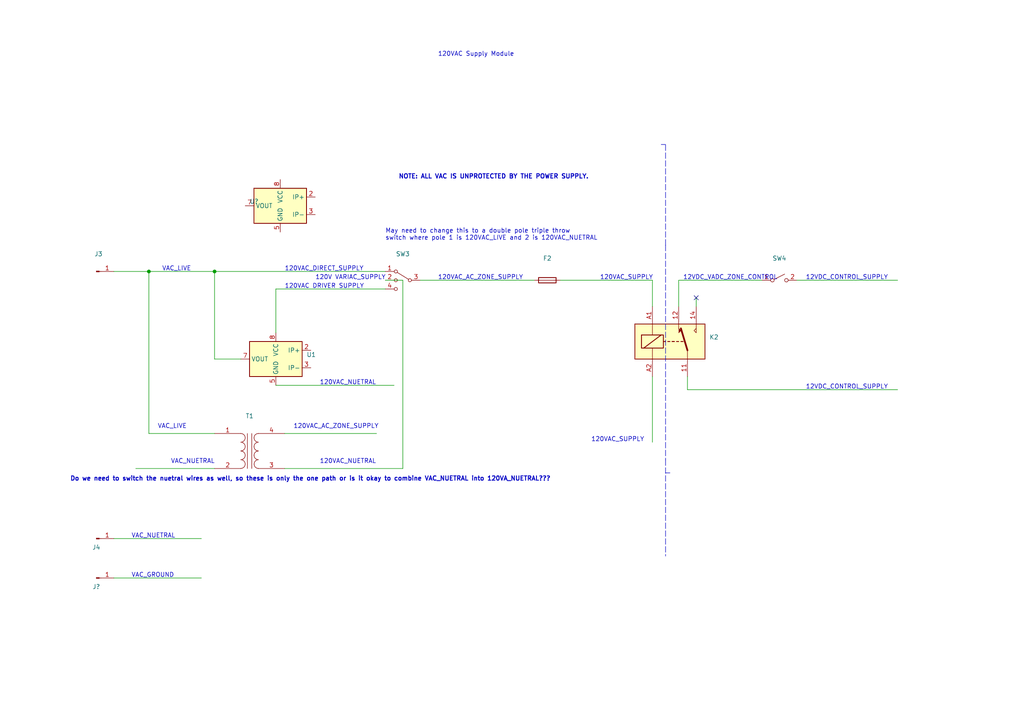
<source format=kicad_sch>
(kicad_sch (version 20211123) (generator eeschema)
  (paper "A4")
  (title_block (title "120V AC Module") (date "2022-05-20") (rev "0.0.0-draft") (company "eatmellc"))
  (lib_symbols
    (symbol "Connector:Conn_01x01_Male" (pin_names (offset 1.016) hide)
      (property "Reference" "J" (at 0 2.54 0))
      (property "Value" "Conn_01x01_Male" (at 0 -2.54 0))
      (symbol "Conn_01x01_Male_1_1"
        (polyline (pts (xy 1.27 0) (xy 0.8636 0)) (stroke (width 0.1524)))
        (rectangle (start 0.8636 0.127) (end 0 -0.127) (stroke (width 0.1524)) (fill (type outline)))
        (pin passive line (at 5.08 0 180) (length 3.81) (name "Pin_1") (number "1"))
      )
    )
    (symbol "Device:Fuse" (pin_numbers hide) (pin_names (offset 0))
      (property "Reference" "F" (at 2.032 0 90))
      (property "Value" "Fuse" (at -1.905 0 90))
      (symbol "Fuse_0_1"
        (rectangle (start -0.762 -2.54) (end 0.762 2.54) (stroke (width 0.254)))
        (polyline (pts (xy 0 2.54) (xy 0 -2.54)))
      )
      (symbol "Fuse_1_1"
        (pin passive line (at 0 3.81 270) (length 1.27) (name "~") (number "1"))
        (pin passive line (at 0 -3.81 90) (length 1.27) (name "~") (number "2"))
      )
    )
    (symbol "Device:Transformer_1P_1S" (pin_names (offset 1.016) hide)
      (property "Reference" "T" (at 0 6.35 0))
      (property "Value" "Transformer_1P_1S" (at 0 -7.62 0))
      (symbol "Transformer_1P_1S_0_1"
        (arc (start -2.54 -5.0546) (mid -1.6599 -4.6901) (end -1.27 -3.81))
        (arc (start -2.54 -2.5146) (mid -1.6599 -2.1501) (end -1.27 -1.27))
        (arc (start -2.54 0.0254) (mid -1.6599 0.3899) (end -1.27 1.27))
        (arc (start -2.54 2.5654) (mid -1.6599 2.9299) (end -1.27 3.81))
        (arc (start -1.27 -3.81) (mid -1.642 -2.912) (end -2.54 -2.54))
        (arc (start -1.27 -1.27) (mid -1.642 -0.372) (end -2.54 0))
        (arc (start -1.27 1.27) (mid -1.642 2.168) (end -2.54 2.54))
        (arc (start -1.27 3.81) (mid -1.642 4.708) (end -2.54 5.08))
        (polyline (pts (xy -0.635 5.08) (xy -0.635 -5.08)))
        (polyline (pts (xy 0.635 -5.08) (xy 0.635 5.08)))
        (arc (start 1.2954 -1.27) (mid 1.6599 -2.1501) (end 2.54 -2.5146))
        (arc (start 1.2954 1.27) (mid 1.6599 0.3899) (end 2.54 0.0254))
        (arc (start 1.2954 3.81) (mid 1.6599 2.9299) (end 2.54 2.5654))
        (arc (start 1.3208 -3.81) (mid 1.6853 -4.6901) (end 2.5654 -5.0546))
        (arc (start 2.54 0) (mid 1.642 -0.372) (end 1.2954 -1.27))
        (arc (start 2.54 2.54) (mid 1.642 2.168) (end 1.2954 1.27))
        (arc (start 2.54 5.08) (mid 1.642 4.708) (end 1.2954 3.81))
        (arc (start 2.5654 -2.54) (mid 1.6674 -2.912) (end 1.3208 -3.81))
      )
      (symbol "Transformer_1P_1S_1_1"
        (pin passive line (at -10.16 5.08 0) (length 7.62) (name "AA") (number "1"))
        (pin passive line (at -10.16 -5.08 0) (length 7.62) (name "AB") (number "2"))
        (pin passive line (at 10.16 -5.08 180) (length 7.62) (name "SA") (number "3"))
        (pin passive line (at 10.16 5.08 180) (length 7.62) (name "SB") (number "4"))
      )
    )
    (symbol "Relay:RAYEX-L90S"
      (property "Reference" "K" (at 11.43 3.81 0))
      (property "Value" "RAYEX-L90S" (at 11.43 1.27 0))
      (symbol "RAYEX-L90S_1_0"
        (polyline (pts (xy 2.54 3.81) (xy 2.54 5.08)))
        (polyline (pts (xy 7.62 3.81) (xy 7.62 5.08)))
        (polyline (pts (xy 7.62 3.81) (xy 7.62 2.54) (xy 6.985 3.175) (xy 7.62 3.81)))
      )
      (symbol "RAYEX-L90S_1_1"
        (rectangle (start -10.16 5.08) (end 10.16 -5.08) (stroke (width 0.254)) (fill (type background)))
        (rectangle (start -8.255 1.905) (end -1.905 -1.905) (stroke (width 0.254)))
        (polyline (pts (xy -7.62 -1.905) (xy -2.54 1.905)) (stroke (width 0.254)))
        (polyline (pts (xy -5.08 -5.08) (xy -5.08 -1.905)))
        (polyline (pts (xy -5.08 5.08) (xy -5.08 1.905)))
        (polyline (pts (xy -1.905 0) (xy -1.27 0)) (stroke (width 0.254)))
        (polyline (pts (xy -0.635 0) (xy 0 0)) (stroke (width 0.254)))
        (polyline (pts (xy 0.635 0) (xy 1.27 0)) (stroke (width 0.254)))
        (polyline (pts (xy 0.635 0) (xy 1.27 0)) (stroke (width 0.254)))
        (polyline (pts (xy 1.905 0) (xy 2.54 0)) (stroke (width 0.254)))
        (polyline (pts (xy 3.175 0) (xy 3.81 0)) (stroke (width 0.254)))
        (polyline (pts (xy 5.08 -2.54) (xy 3.175 3.81)) (stroke (width 0.508)))
        (polyline (pts (xy 5.08 -2.54) (xy 5.08 -5.08)))
        (polyline (pts (xy 2.54 2.54) (xy 3.175 3.175) (xy 2.54 3.81)) (fill (type outline)))
        (pin passive line (at 5.08 -10.16 90) (length 5.08) (name "~") (number "11"))
        (pin passive line (at 2.54 10.16 270) (length 5.08) (name "~") (number "12"))
        (pin passive line (at 7.62 10.16 270) (length 5.08) (name "~") (number "14"))
        (pin passive line (at -5.08 10.16 270) (length 5.08) (name "~") (number "A1"))
        (pin passive line (at -5.08 -10.16 90) (length 5.08) (name "~") (number "A2"))
      )
    )
    (symbol "Sensor_Current:ACS706xLC-05C"
      (property "Reference" "U" (at -7.62 6.35 0))
      (property "Value" "ACS706xLC-05C" (at 1.27 6.35 0))
      (symbol "ACS706xLC-05C_0_1"
        (rectangle (start -7.62 5.08) (end 7.62 -5.08) (stroke (width 0.254)) (fill (type background)))
      )
      (symbol "ACS706xLC-05C_1_1"
        (pin passive line (at -10.16 2.54 0) (length 2.54) hide (name "IP+") (number "1"))
        (pin passive line (at -10.16 2.54 0) (length 2.54) (name "IP+") (number "2"))
        (pin passive line (at -10.16 -2.54 0) (length 2.54) (name "IP-") (number "3"))
        (pin passive line (at -10.16 -2.54 0) (length 2.54) hide (name "IP-") (number "4"))
        (pin power_in line (at 0 -7.62 90) (length 2.54) (name "GND") (number "5"))
        (pin no_connect line (at 7.62 -2.54 180) (length 2.54) hide (name "NC") (number "6"))
        (pin output line (at 10.16 0 180) (length 2.54) (name "VOUT") (number "7"))
        (pin power_in line (at 0 7.62 270) (length 2.54) (name "VCC") (number "8"))
      )
    )
    (symbol "Switch:SW_SP3T" (pin_names (offset 0) hide)
      (property "Reference" "SW" (at 0 5.08 0))
      (property "Value" "SW_SP3T" (at 0 -5.08 0))
      (symbol "SW_SP3T_0_1"
        (circle (center -2.032 0) (radius 0.4572))
        (polyline (pts (xy -1.651 0.254) (xy 1.651 2.286)))
        (circle (center 2.032 -2.54) (radius 0.4572))
        (circle (center 2.032 0) (radius 0.4572))
        (circle (center 2.032 2.54) (radius 0.4572))
      )
      (symbol "SW_SP3T_1_1"
        (pin passive line (at 5.08 2.54 180) (length 2.54) (name "1") (number "1"))
        (pin passive line (at 5.08 0 180) (length 2.54) (name "2") (number "2"))
        (pin passive line (at -5.08 0 0) (length 2.54) (name "3") (number "3"))
        (pin passive line (at 5.08 -2.54 180) (length 2.54) (name "4") (number "4"))
      )
    )
    (symbol "Switch:SW_SPST" (pin_names (offset 0) hide)
      (property "Reference" "SW" (at 0 3.175 0))
      (property "Value" "SW_SPST" (at 0 -2.54 0))
      (symbol "SW_SPST_0_0"
        (circle (center -2.032 0) (radius 0.508))
        (polyline (pts (xy -1.524 0.254) (xy 1.524 1.778)))
        (circle (center 2.032 0) (radius 0.508))
      )
      (symbol "SW_SPST_1_1"
        (pin passive line (at -5.08 0 0) (length 2.54) (name "A") (number "1"))
        (pin passive line (at 5.08 0 180) (length 2.54) (name "B") (number "2"))
      )
    )
  )
  (junction (at 43.18 78.74))
  (junction (at 62.23 78.74))
  (no_connect (at 201.93 86.36))
  (wire (pts (xy 80.01 83.82) (xy 111.76 83.82)))
  (wire (pts (xy 82.55 135.89) (xy 116.84 135.89)))
  (wire (pts (xy 189.23 109.22) (xy 189.23 128.27)))
  (wire (pts (xy 62.23 78.74) (xy 62.23 104.14)))
  (polyline (pts (xy 193.04 137.16) (xy 194.31 137.16)))
  (polyline (pts (xy 193.04 71.12) (xy 193.04 133.35)))
  (wire (pts (xy 199.39 113.03) (xy 260.35 113.03)))
  (wire (pts (xy 43.18 125.73) (xy 62.23 125.73)))
  (polyline (pts (xy 193.04 133.35) (xy 193.04 161.29)))
  (wire (pts (xy 33.02 167.64) (xy 58.42 167.64)))
  (wire (pts (xy 33.02 156.21) (xy 58.42 156.21)))
  (polyline (pts (xy 191.77 41.91) (xy 193.04 41.91)))
  (wire (pts (xy 43.18 78.74) (xy 43.18 125.73)))
  (wire (pts (xy 196.85 81.28) (xy 220.98 81.28)))
  (wire (pts (xy 80.01 83.82) (xy 80.01 96.52)))
  (wire (pts (xy 39.37 135.89) (xy 62.23 135.89)))
  (wire (pts (xy 199.39 109.22) (xy 199.39 113.03)))
  (wire (pts (xy 43.18 78.74) (xy 62.23 78.74)))
  (wire (pts (xy 231.14 81.28) (xy 260.35 81.28)))
  (wire (pts (xy 33.02 78.74) (xy 43.18 78.74)))
  (wire (pts (xy 80.01 111.76) (xy 114.3 111.76)))
  (wire (pts (xy 196.85 81.28) (xy 196.85 88.9)))
  (wire (pts (xy 201.93 86.36) (xy 201.93 88.9)))
  (wire (pts (xy 116.84 81.28) (xy 111.76 81.28)))
  (wire (pts (xy 82.55 125.73) (xy 109.22 125.73)))
  (wire (pts (xy 162.56 81.28) (xy 189.23 81.28)))
  (wire (pts (xy 62.23 78.74) (xy 111.76 78.74)))
  (wire (pts (xy 116.84 81.28) (xy 116.84 135.89)))
  (wire (pts (xy 189.23 88.9) (xy 189.23 81.28)))
  (wire (pts (xy 121.92 81.28) (xy 154.94 81.28)))
  (wire (pts (xy 69.85 104.14) (xy 62.23 104.14)))
  (polyline (pts (xy 193.04 71.12) (xy 193.04 41.91)))
  (text "120VAC DRIVER SUPPLY" (at 82.55 83.82 0) (effects (font (size 1.27 1.27)) (justify left bottom)))
  (text "NOTE: ALL VAC IS UNPROTECTED BY THE POWER SUPPLY." (at 115.57 52.07 0) (effects (font (size 1.27 1.27) (thickness 0.254) bold) (justify left bottom)))
  (text "120VAC_AC_ZONE_SUPPLY" (at 85.09 124.46 0) (effects (font (size 1.27 1.27)) (justify left bottom)))
  (text "120VAC_SUPPLY" (at 171.45 128.27 0) (effects (font (size 1.27 1.27)) (justify left bottom)))
  (text "VAC_NUETRAL" (at 38.1 156.21 0) (effects (font (size 1.27 1.27)) (justify left bottom)))
  (text "12VDC_VADC_ZONE_CONTROL" (at 198.12 81.28 0) (effects (font (size 1.27 1.27)) (justify left bottom)))
  (text "VAC_NUETRAL" (at 49.53 134.62 0) (effects (font (size 1.27 1.27)) (justify left bottom)))
  (text "VAC_LIVE" (at 45.72 124.46 0) (effects (font (size 1.27 1.27)) (justify left bottom)))
  (text "120VAC_SUPPLY" (at 173.99 81.28 0) (effects (font (size 1.27 1.27)) (justify left bottom)))
  (text "12VDC_CONTROL_SUPPLY" (at 233.68 81.28 0) (effects (font (size 1.27 1.27)) (justify left bottom)))
  (text "May need to change this to a double pole triple throw \nswitch where pole 1 is 120VAC_LIVE and 2 is 120VAC_NUETRAL" (at 111.76 69.85 0) (effects (font (size 1.27 1.27)) (justify left bottom)))
  (text "120VAC_NUETRAL" (at 92.71 111.76 0) (effects (font (size 1.27 1.27)) (justify left bottom)))
  (text "120VAC_AC_ZONE_SUPPLY" (at 127 81.28 0) (effects (font (size 1.27 1.27)) (justify left bottom)))
  (text "VAC_LIVE" (at 46.99 78.74 0) (effects (font (size 1.27 1.27)) (justify left bottom)))
  (text "VAC_GROUND" (at 38.1 167.64 0) (effects (font (size 1.27 1.27)) (justify left bottom)))
  (text "120V VARIAC_SUPPLY" (at 91.44 81.28 0) (effects (font (size 1.27 1.27)) (justify left bottom)))
  (text "12VDC_CONTROL_SUPPLY" (at 233.68 113.03 0) (effects (font (size 1.27 1.27)) (justify left bottom)))
  (text "120VAC Supply Module" (at 127 16.51 0) (effects (font (size 1.27 1.27)) (justify left bottom)))
  (text "Do we need to switch the nuetral wires as well, so these is only the one path or is it okay to combine VAC_NUETRAL into 120VA_NUETRAL???" (at 20.32 139.7 0) (effects (font (size 1.27 1.27) bold) (justify left bottom)))
  (text "120VAC_NUETRAL" (at 92.71 134.62 0) (effects (font (size 1.27 1.27)) (justify left bottom)))
  (text "120VAC_DIRECT_SUPPLY" (at 82.55 78.74 0) (effects (font (size 1.27 1.27)) (justify left bottom)))
  (symbol (lib_id "Sensor_Current:ACS706xLC-05C") (at 80.01 104.14 0) (mirror y) (unit 1)
    (property "Reference" "U1" (at 88.9 102.8699 0) (effects (justify right)))
    (property "Datasheet" "http://www.allegromicro.com/~/media/Files/Datasheets/ACS706ELC-05C-Datasheet.ashx" (effects hide))
  )
  (symbol (lib_id "Device:Transformer_1P_1S") (at 72.39 130.81 0) (unit 1)
    (property "Reference" "T1" (at 72.4027 120.65 0))
  )
  (symbol (lib_id "Relay:RAYEX-L90S") (at 194.31 99.06 0) (unit 1)
    (property "Reference" "K2" (at 205.74 97.7899 0) (effects (justify left)))
    (property "Datasheet" "https://a3.sofastcdn.com/attachment/7jioKBjnRiiSrjrjknRiwS77gwbf3zmp/L90-SERIES.pdf" (effects hide))
  )
  (symbol (lib_id "Connector:Conn_01x01_Male") (at 27.94 78.74 0) (unit 1)
    (property "Reference" "J3" (at 28.575 73.66 0))
  )
  (symbol (lib_id "Switch:SW_SPST") (at 226.06 81.28 0) (unit 1)
    (property "Reference" "SW4" (at 226.06 74.93 0))
  )
  (symbol (lib_id "Connector:Conn_01x01_Male") (at 27.94 156.21 0) (unit 1)
    (property "Reference" "J4" (at 27.94 158.75 0))
  )
  (symbol (lib_id "Switch:SW_SP3T") (at 116.84 81.28 0) (mirror y) (unit 1)
    (property "Reference" "SW3" (at 116.84 73.66 0))
  )
  (symbol (lib_id "Connector:Conn_01x01_Male") (at 27.94 167.64 0) (unit 1)
    (property "Reference" "J?" (at 27.94 170.18 0))
  )
  (symbol (lib_id "Device:Fuse") (at 158.75 81.28 90) (mirror x) (unit 1)
    (property "Reference" "F2" (at 158.75 74.93 90))
  )
  (symbol (lib_id "Sensor_Current:ACS706xLC-05C") (at 81.28 59.69 0) (mirror y) (unit 1)
    (property "Reference" "U?" (at 72.39 58.4199 0) (effects (justify right)))
    (property "Datasheet" "http://www.allegromicro.com/~/media/Files/Datasheets/ACS706ELC-05C-Datasheet.ashx" (effects hide))
  )
)
</source>
